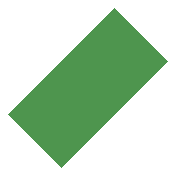
<source format=gbr>
%FSLAX34Y34*%
%MOIN*%
%AMCRECT*
21,1,0.5,0.25,0,0,45*%
%ADD10CRECT*%
D10*
X0Y0D03*
M02*

</source>
